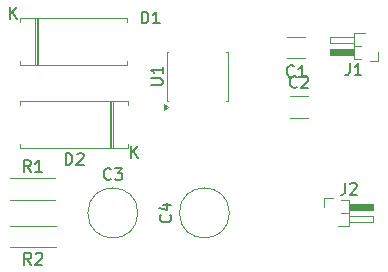
<source format=gbr>
%TF.GenerationSoftware,KiCad,Pcbnew,9.0.7*%
%TF.CreationDate,2026-02-27T12:11:24+01:00*%
%TF.ProjectId,Voltage_Doubler,566f6c74-6167-4655-9f44-6f75626c6572,1.0*%
%TF.SameCoordinates,Original*%
%TF.FileFunction,Legend,Top*%
%TF.FilePolarity,Positive*%
%FSLAX46Y46*%
G04 Gerber Fmt 4.6, Leading zero omitted, Abs format (unit mm)*
G04 Created by KiCad (PCBNEW 9.0.7) date 2026-02-27 12:11:24*
%MOMM*%
%LPD*%
G01*
G04 APERTURE LIST*
%ADD10C,0.150000*%
%ADD11C,0.120000*%
G04 APERTURE END LIST*
D10*
X653459819Y-283186904D02*
X654269342Y-283186904D01*
X654269342Y-283186904D02*
X654364580Y-283139285D01*
X654364580Y-283139285D02*
X654412200Y-283091666D01*
X654412200Y-283091666D02*
X654459819Y-282996428D01*
X654459819Y-282996428D02*
X654459819Y-282805952D01*
X654459819Y-282805952D02*
X654412200Y-282710714D01*
X654412200Y-282710714D02*
X654364580Y-282663095D01*
X654364580Y-282663095D02*
X654269342Y-282615476D01*
X654269342Y-282615476D02*
X653459819Y-282615476D01*
X654459819Y-281615476D02*
X654459819Y-282186904D01*
X654459819Y-281901190D02*
X653459819Y-281901190D01*
X653459819Y-281901190D02*
X653602676Y-281996428D01*
X653602676Y-281996428D02*
X653697914Y-282091666D01*
X653697914Y-282091666D02*
X653745533Y-282186904D01*
X643333333Y-298374819D02*
X643000000Y-297898628D01*
X642761905Y-298374819D02*
X642761905Y-297374819D01*
X642761905Y-297374819D02*
X643142857Y-297374819D01*
X643142857Y-297374819D02*
X643238095Y-297422438D01*
X643238095Y-297422438D02*
X643285714Y-297470057D01*
X643285714Y-297470057D02*
X643333333Y-297565295D01*
X643333333Y-297565295D02*
X643333333Y-297708152D01*
X643333333Y-297708152D02*
X643285714Y-297803390D01*
X643285714Y-297803390D02*
X643238095Y-297851009D01*
X643238095Y-297851009D02*
X643142857Y-297898628D01*
X643142857Y-297898628D02*
X642761905Y-297898628D01*
X643714286Y-297470057D02*
X643761905Y-297422438D01*
X643761905Y-297422438D02*
X643857143Y-297374819D01*
X643857143Y-297374819D02*
X644095238Y-297374819D01*
X644095238Y-297374819D02*
X644190476Y-297422438D01*
X644190476Y-297422438D02*
X644238095Y-297470057D01*
X644238095Y-297470057D02*
X644285714Y-297565295D01*
X644285714Y-297565295D02*
X644285714Y-297660533D01*
X644285714Y-297660533D02*
X644238095Y-297803390D01*
X644238095Y-297803390D02*
X643666667Y-298374819D01*
X643666667Y-298374819D02*
X644285714Y-298374819D01*
X643293333Y-290534819D02*
X642960000Y-290058628D01*
X642721905Y-290534819D02*
X642721905Y-289534819D01*
X642721905Y-289534819D02*
X643102857Y-289534819D01*
X643102857Y-289534819D02*
X643198095Y-289582438D01*
X643198095Y-289582438D02*
X643245714Y-289630057D01*
X643245714Y-289630057D02*
X643293333Y-289725295D01*
X643293333Y-289725295D02*
X643293333Y-289868152D01*
X643293333Y-289868152D02*
X643245714Y-289963390D01*
X643245714Y-289963390D02*
X643198095Y-290011009D01*
X643198095Y-290011009D02*
X643102857Y-290058628D01*
X643102857Y-290058628D02*
X642721905Y-290058628D01*
X644245714Y-290534819D02*
X643674286Y-290534819D01*
X643960000Y-290534819D02*
X643960000Y-289534819D01*
X643960000Y-289534819D02*
X643864762Y-289677676D01*
X643864762Y-289677676D02*
X643769524Y-289772914D01*
X643769524Y-289772914D02*
X643674286Y-289820533D01*
X669916666Y-291454819D02*
X669916666Y-292169104D01*
X669916666Y-292169104D02*
X669869047Y-292311961D01*
X669869047Y-292311961D02*
X669773809Y-292407200D01*
X669773809Y-292407200D02*
X669630952Y-292454819D01*
X669630952Y-292454819D02*
X669535714Y-292454819D01*
X670345238Y-291550057D02*
X670392857Y-291502438D01*
X670392857Y-291502438D02*
X670488095Y-291454819D01*
X670488095Y-291454819D02*
X670726190Y-291454819D01*
X670726190Y-291454819D02*
X670821428Y-291502438D01*
X670821428Y-291502438D02*
X670869047Y-291550057D01*
X670869047Y-291550057D02*
X670916666Y-291645295D01*
X670916666Y-291645295D02*
X670916666Y-291740533D01*
X670916666Y-291740533D02*
X670869047Y-291883390D01*
X670869047Y-291883390D02*
X670297619Y-292454819D01*
X670297619Y-292454819D02*
X670916666Y-292454819D01*
X670291666Y-281329819D02*
X670291666Y-282044104D01*
X670291666Y-282044104D02*
X670244047Y-282186961D01*
X670244047Y-282186961D02*
X670148809Y-282282200D01*
X670148809Y-282282200D02*
X670005952Y-282329819D01*
X670005952Y-282329819D02*
X669910714Y-282329819D01*
X671291666Y-282329819D02*
X670720238Y-282329819D01*
X671005952Y-282329819D02*
X671005952Y-281329819D01*
X671005952Y-281329819D02*
X670910714Y-281472676D01*
X670910714Y-281472676D02*
X670815476Y-281567914D01*
X670815476Y-281567914D02*
X670720238Y-281615533D01*
X646261905Y-289924819D02*
X646261905Y-288924819D01*
X646261905Y-288924819D02*
X646500000Y-288924819D01*
X646500000Y-288924819D02*
X646642857Y-288972438D01*
X646642857Y-288972438D02*
X646738095Y-289067676D01*
X646738095Y-289067676D02*
X646785714Y-289162914D01*
X646785714Y-289162914D02*
X646833333Y-289353390D01*
X646833333Y-289353390D02*
X646833333Y-289496247D01*
X646833333Y-289496247D02*
X646785714Y-289686723D01*
X646785714Y-289686723D02*
X646738095Y-289781961D01*
X646738095Y-289781961D02*
X646642857Y-289877200D01*
X646642857Y-289877200D02*
X646500000Y-289924819D01*
X646500000Y-289924819D02*
X646261905Y-289924819D01*
X647214286Y-289020057D02*
X647261905Y-288972438D01*
X647261905Y-288972438D02*
X647357143Y-288924819D01*
X647357143Y-288924819D02*
X647595238Y-288924819D01*
X647595238Y-288924819D02*
X647690476Y-288972438D01*
X647690476Y-288972438D02*
X647738095Y-289020057D01*
X647738095Y-289020057D02*
X647785714Y-289115295D01*
X647785714Y-289115295D02*
X647785714Y-289210533D01*
X647785714Y-289210533D02*
X647738095Y-289353390D01*
X647738095Y-289353390D02*
X647166667Y-289924819D01*
X647166667Y-289924819D02*
X647785714Y-289924819D01*
X651818095Y-289354819D02*
X651818095Y-288354819D01*
X652389523Y-289354819D02*
X651960952Y-288783390D01*
X652389523Y-288354819D02*
X651818095Y-288926247D01*
X652681905Y-277954819D02*
X652681905Y-276954819D01*
X652681905Y-276954819D02*
X652920000Y-276954819D01*
X652920000Y-276954819D02*
X653062857Y-277002438D01*
X653062857Y-277002438D02*
X653158095Y-277097676D01*
X653158095Y-277097676D02*
X653205714Y-277192914D01*
X653205714Y-277192914D02*
X653253333Y-277383390D01*
X653253333Y-277383390D02*
X653253333Y-277526247D01*
X653253333Y-277526247D02*
X653205714Y-277716723D01*
X653205714Y-277716723D02*
X653158095Y-277811961D01*
X653158095Y-277811961D02*
X653062857Y-277907200D01*
X653062857Y-277907200D02*
X652920000Y-277954819D01*
X652920000Y-277954819D02*
X652681905Y-277954819D01*
X654205714Y-277954819D02*
X653634286Y-277954819D01*
X653920000Y-277954819D02*
X653920000Y-276954819D01*
X653920000Y-276954819D02*
X653824762Y-277097676D01*
X653824762Y-277097676D02*
X653729524Y-277192914D01*
X653729524Y-277192914D02*
X653634286Y-277240533D01*
X641578095Y-277554819D02*
X641578095Y-276554819D01*
X642149523Y-277554819D02*
X641720952Y-276983390D01*
X642149523Y-276554819D02*
X641578095Y-277126247D01*
X655109580Y-294166666D02*
X655157200Y-294214285D01*
X655157200Y-294214285D02*
X655204819Y-294357142D01*
X655204819Y-294357142D02*
X655204819Y-294452380D01*
X655204819Y-294452380D02*
X655157200Y-294595237D01*
X655157200Y-294595237D02*
X655061961Y-294690475D01*
X655061961Y-294690475D02*
X654966723Y-294738094D01*
X654966723Y-294738094D02*
X654776247Y-294785713D01*
X654776247Y-294785713D02*
X654633390Y-294785713D01*
X654633390Y-294785713D02*
X654442914Y-294738094D01*
X654442914Y-294738094D02*
X654347676Y-294690475D01*
X654347676Y-294690475D02*
X654252438Y-294595237D01*
X654252438Y-294595237D02*
X654204819Y-294452380D01*
X654204819Y-294452380D02*
X654204819Y-294357142D01*
X654204819Y-294357142D02*
X654252438Y-294214285D01*
X654252438Y-294214285D02*
X654300057Y-294166666D01*
X654538152Y-293309523D02*
X655204819Y-293309523D01*
X654157200Y-293547618D02*
X654871485Y-293785713D01*
X654871485Y-293785713D02*
X654871485Y-293166666D01*
X650083333Y-291109580D02*
X650035714Y-291157200D01*
X650035714Y-291157200D02*
X649892857Y-291204819D01*
X649892857Y-291204819D02*
X649797619Y-291204819D01*
X649797619Y-291204819D02*
X649654762Y-291157200D01*
X649654762Y-291157200D02*
X649559524Y-291061961D01*
X649559524Y-291061961D02*
X649511905Y-290966723D01*
X649511905Y-290966723D02*
X649464286Y-290776247D01*
X649464286Y-290776247D02*
X649464286Y-290633390D01*
X649464286Y-290633390D02*
X649511905Y-290442914D01*
X649511905Y-290442914D02*
X649559524Y-290347676D01*
X649559524Y-290347676D02*
X649654762Y-290252438D01*
X649654762Y-290252438D02*
X649797619Y-290204819D01*
X649797619Y-290204819D02*
X649892857Y-290204819D01*
X649892857Y-290204819D02*
X650035714Y-290252438D01*
X650035714Y-290252438D02*
X650083333Y-290300057D01*
X650416667Y-290204819D02*
X651035714Y-290204819D01*
X651035714Y-290204819D02*
X650702381Y-290585771D01*
X650702381Y-290585771D02*
X650845238Y-290585771D01*
X650845238Y-290585771D02*
X650940476Y-290633390D01*
X650940476Y-290633390D02*
X650988095Y-290681009D01*
X650988095Y-290681009D02*
X651035714Y-290776247D01*
X651035714Y-290776247D02*
X651035714Y-291014342D01*
X651035714Y-291014342D02*
X650988095Y-291109580D01*
X650988095Y-291109580D02*
X650940476Y-291157200D01*
X650940476Y-291157200D02*
X650845238Y-291204819D01*
X650845238Y-291204819D02*
X650559524Y-291204819D01*
X650559524Y-291204819D02*
X650464286Y-291157200D01*
X650464286Y-291157200D02*
X650416667Y-291109580D01*
X665833333Y-283309580D02*
X665785714Y-283357200D01*
X665785714Y-283357200D02*
X665642857Y-283404819D01*
X665642857Y-283404819D02*
X665547619Y-283404819D01*
X665547619Y-283404819D02*
X665404762Y-283357200D01*
X665404762Y-283357200D02*
X665309524Y-283261961D01*
X665309524Y-283261961D02*
X665261905Y-283166723D01*
X665261905Y-283166723D02*
X665214286Y-282976247D01*
X665214286Y-282976247D02*
X665214286Y-282833390D01*
X665214286Y-282833390D02*
X665261905Y-282642914D01*
X665261905Y-282642914D02*
X665309524Y-282547676D01*
X665309524Y-282547676D02*
X665404762Y-282452438D01*
X665404762Y-282452438D02*
X665547619Y-282404819D01*
X665547619Y-282404819D02*
X665642857Y-282404819D01*
X665642857Y-282404819D02*
X665785714Y-282452438D01*
X665785714Y-282452438D02*
X665833333Y-282500057D01*
X666214286Y-282500057D02*
X666261905Y-282452438D01*
X666261905Y-282452438D02*
X666357143Y-282404819D01*
X666357143Y-282404819D02*
X666595238Y-282404819D01*
X666595238Y-282404819D02*
X666690476Y-282452438D01*
X666690476Y-282452438D02*
X666738095Y-282500057D01*
X666738095Y-282500057D02*
X666785714Y-282595295D01*
X666785714Y-282595295D02*
X666785714Y-282690533D01*
X666785714Y-282690533D02*
X666738095Y-282833390D01*
X666738095Y-282833390D02*
X666166667Y-283404819D01*
X666166667Y-283404819D02*
X666785714Y-283404819D01*
X665583333Y-282409580D02*
X665535714Y-282457200D01*
X665535714Y-282457200D02*
X665392857Y-282504819D01*
X665392857Y-282504819D02*
X665297619Y-282504819D01*
X665297619Y-282504819D02*
X665154762Y-282457200D01*
X665154762Y-282457200D02*
X665059524Y-282361961D01*
X665059524Y-282361961D02*
X665011905Y-282266723D01*
X665011905Y-282266723D02*
X664964286Y-282076247D01*
X664964286Y-282076247D02*
X664964286Y-281933390D01*
X664964286Y-281933390D02*
X665011905Y-281742914D01*
X665011905Y-281742914D02*
X665059524Y-281647676D01*
X665059524Y-281647676D02*
X665154762Y-281552438D01*
X665154762Y-281552438D02*
X665297619Y-281504819D01*
X665297619Y-281504819D02*
X665392857Y-281504819D01*
X665392857Y-281504819D02*
X665535714Y-281552438D01*
X665535714Y-281552438D02*
X665583333Y-281600057D01*
X666535714Y-282504819D02*
X665964286Y-282504819D01*
X666250000Y-282504819D02*
X666250000Y-281504819D01*
X666250000Y-281504819D02*
X666154762Y-281647676D01*
X666154762Y-281647676D02*
X666059524Y-281742914D01*
X666059524Y-281742914D02*
X665964286Y-281790533D01*
D11*
%TO.C,U1*%
X654845000Y-284485000D02*
X654845000Y-280365000D01*
X654940000Y-284485000D02*
X654845000Y-284485000D01*
X659965000Y-284485000D02*
X659870000Y-284485000D01*
X654845000Y-280365000D02*
X654940000Y-280365000D01*
X659870000Y-280365000D02*
X659965000Y-280365000D01*
X659965000Y-280365000D02*
X659965000Y-284485000D01*
X654935000Y-285025000D02*
X654605000Y-285265000D01*
X654605000Y-284785000D01*
X654935000Y-285025000D01*
G36*
X654935000Y-285025000D02*
G01*
X654605000Y-285265000D01*
X654605000Y-284785000D01*
X654935000Y-285025000D01*
G37*
%TO.C,R2*%
X645420000Y-295080000D02*
X641580000Y-295080000D01*
X645420000Y-296920000D02*
X641580000Y-296920000D01*
%TO.C,R1*%
X641540000Y-291080000D02*
X645380000Y-291080000D01*
X641540000Y-292920000D02*
X645380000Y-292920000D01*
%TO.C,J2*%
X670235000Y-293240000D02*
X672235000Y-293240000D01*
X672235000Y-293760000D01*
X670235000Y-293760000D01*
X670235000Y-293240000D01*
G36*
X670235000Y-293240000D02*
G01*
X672235000Y-293240000D01*
X672235000Y-293760000D01*
X670235000Y-293760000D01*
X670235000Y-293240000D01*
G37*
X672235000Y-294760000D02*
X670235000Y-294760000D01*
X672235000Y-294240000D02*
X672235000Y-294760000D01*
X670235000Y-295110000D02*
X669285030Y-295110000D01*
X670235000Y-294240000D02*
X672235000Y-294240000D01*
X670235000Y-292890000D02*
X670235000Y-295110000D01*
X669610000Y-294000000D02*
X670235000Y-294000000D01*
X669610000Y-292890000D02*
X670235000Y-292890000D01*
X668140000Y-293500000D02*
X668140000Y-292765000D01*
X668140000Y-292765000D02*
X668875000Y-292765000D01*
%TO.C,J1*%
X672735000Y-281110000D02*
X672000000Y-281110000D01*
X672735000Y-280375000D02*
X672735000Y-281110000D01*
X671265000Y-280985000D02*
X670640000Y-280985000D01*
X671265000Y-279875000D02*
X670640000Y-279875000D01*
X670640000Y-280985000D02*
X670640000Y-278765000D01*
X670640000Y-279635000D02*
X668640000Y-279635000D01*
X670640000Y-278765000D02*
X671589970Y-278765000D01*
X668640000Y-279635000D02*
X668640000Y-279115000D01*
X668640000Y-279115000D02*
X670640000Y-279115000D01*
X670640000Y-280635000D02*
X668640000Y-280635000D01*
X668640000Y-280115000D01*
X670640000Y-280115000D01*
X670640000Y-280635000D01*
G36*
X670640000Y-280635000D02*
G01*
X668640000Y-280635000D01*
X668640000Y-280115000D01*
X670640000Y-280115000D01*
X670640000Y-280635000D01*
G37*
%TO.C,D2*%
X642430000Y-284530000D02*
X642430000Y-284860000D01*
X642430000Y-288470000D02*
X642430000Y-288140000D01*
X649995000Y-288470000D02*
X649995000Y-284530000D01*
X650115000Y-288470000D02*
X650115000Y-284530000D01*
X650235000Y-288470000D02*
X650235000Y-284530000D01*
X651570000Y-284530000D02*
X642430000Y-284530000D01*
X651570000Y-284860000D02*
X651570000Y-284530000D01*
X651570000Y-288140000D02*
X651570000Y-288470000D01*
X651570000Y-288470000D02*
X642430000Y-288470000D01*
%TO.C,D1*%
X651490000Y-281470000D02*
X651490000Y-281140000D01*
X651490000Y-277530000D02*
X651490000Y-277860000D01*
X643925000Y-277530000D02*
X643925000Y-281470000D01*
X643805000Y-277530000D02*
X643805000Y-281470000D01*
X643685000Y-277530000D02*
X643685000Y-281470000D01*
X642350000Y-281470000D02*
X651490000Y-281470000D01*
X642350000Y-281140000D02*
X642350000Y-281470000D01*
X642350000Y-277860000D02*
X642350000Y-277530000D01*
X642350000Y-277530000D02*
X651490000Y-277530000D01*
%TO.C,C4*%
X660120000Y-294000000D02*
G75*
G02*
X655880000Y-294000000I-2120000J0D01*
G01*
X655880000Y-294000000D02*
G75*
G02*
X660120000Y-294000000I2120000J0D01*
G01*
%TO.C,C3*%
X652370000Y-294000000D02*
G75*
G02*
X648130000Y-294000000I-2120000J0D01*
G01*
X648130000Y-294000000D02*
G75*
G02*
X652370000Y-294000000I2120000J0D01*
G01*
%TO.C,C2*%
X666765000Y-285920000D02*
X665235000Y-285920000D01*
X665235000Y-284080000D02*
X666765000Y-284080000D01*
%TO.C,C1*%
X666515000Y-280920000D02*
X664985000Y-280920000D01*
X664985000Y-279080000D02*
X666515000Y-279080000D01*
%TD*%
M02*

</source>
